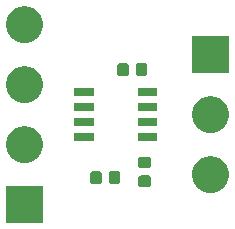
<source format=gbr>
G04 #@! TF.GenerationSoftware,KiCad,Pcbnew,(5.1.6)-1*
G04 #@! TF.CreationDate,2020-09-18T14:42:58-04:00*
G04 #@! TF.ProjectId,4wireadapter,34776972-6561-4646-9170-7465722e6b69,rev?*
G04 #@! TF.SameCoordinates,Original*
G04 #@! TF.FileFunction,Soldermask,Top*
G04 #@! TF.FilePolarity,Negative*
%FSLAX46Y46*%
G04 Gerber Fmt 4.6, Leading zero omitted, Abs format (unit mm)*
G04 Created by KiCad (PCBNEW (5.1.6)-1) date 2020-09-18 14:42:58*
%MOMM*%
%LPD*%
G01*
G04 APERTURE LIST*
%ADD10C,0.100000*%
G04 APERTURE END LIST*
D10*
G36*
X162841000Y-90197000D02*
G01*
X159739000Y-90197000D01*
X159739000Y-87095000D01*
X162841000Y-87095000D01*
X162841000Y-90197000D01*
G37*
G36*
X177340585Y-84584802D02*
G01*
X177490410Y-84614604D01*
X177772674Y-84731521D01*
X178026705Y-84901259D01*
X178242741Y-85117295D01*
X178412479Y-85371326D01*
X178529396Y-85653590D01*
X178529396Y-85653591D01*
X178581416Y-85915110D01*
X178589000Y-85953240D01*
X178589000Y-86258760D01*
X178529396Y-86558410D01*
X178412479Y-86840674D01*
X178242741Y-87094705D01*
X178026705Y-87310741D01*
X177772674Y-87480479D01*
X177490410Y-87597396D01*
X177340585Y-87627198D01*
X177190761Y-87657000D01*
X176885239Y-87657000D01*
X176735415Y-87627198D01*
X176585590Y-87597396D01*
X176303326Y-87480479D01*
X176049295Y-87310741D01*
X175833259Y-87094705D01*
X175663521Y-86840674D01*
X175546604Y-86558410D01*
X175487000Y-86258760D01*
X175487000Y-85953240D01*
X175494585Y-85915110D01*
X175546604Y-85653591D01*
X175546604Y-85653590D01*
X175663521Y-85371326D01*
X175833259Y-85117295D01*
X176049295Y-84901259D01*
X176303326Y-84731521D01*
X176585590Y-84614604D01*
X176735415Y-84584802D01*
X176885239Y-84555000D01*
X177190761Y-84555000D01*
X177340585Y-84584802D01*
G37*
G36*
X171829591Y-86180585D02*
G01*
X171863569Y-86190893D01*
X171894890Y-86207634D01*
X171922339Y-86230161D01*
X171944866Y-86257610D01*
X171961607Y-86288931D01*
X171971915Y-86322909D01*
X171976000Y-86364390D01*
X171976000Y-86965610D01*
X171971915Y-87007091D01*
X171961607Y-87041069D01*
X171944866Y-87072390D01*
X171922339Y-87099839D01*
X171894890Y-87122366D01*
X171863569Y-87139107D01*
X171829591Y-87149415D01*
X171788110Y-87153500D01*
X171111890Y-87153500D01*
X171070409Y-87149415D01*
X171036431Y-87139107D01*
X171005110Y-87122366D01*
X170977661Y-87099839D01*
X170955134Y-87072390D01*
X170938393Y-87041069D01*
X170928085Y-87007091D01*
X170924000Y-86965610D01*
X170924000Y-86364390D01*
X170928085Y-86322909D01*
X170938393Y-86288931D01*
X170955134Y-86257610D01*
X170977661Y-86230161D01*
X171005110Y-86207634D01*
X171036431Y-86190893D01*
X171070409Y-86180585D01*
X171111890Y-86176500D01*
X171788110Y-86176500D01*
X171829591Y-86180585D01*
G37*
G36*
X167677091Y-85838085D02*
G01*
X167711069Y-85848393D01*
X167742390Y-85865134D01*
X167769839Y-85887661D01*
X167792366Y-85915110D01*
X167809107Y-85946431D01*
X167819415Y-85980409D01*
X167823500Y-86021890D01*
X167823500Y-86698110D01*
X167819415Y-86739591D01*
X167809107Y-86773569D01*
X167792366Y-86804890D01*
X167769839Y-86832339D01*
X167742390Y-86854866D01*
X167711069Y-86871607D01*
X167677091Y-86881915D01*
X167635610Y-86886000D01*
X167034390Y-86886000D01*
X166992909Y-86881915D01*
X166958931Y-86871607D01*
X166927610Y-86854866D01*
X166900161Y-86832339D01*
X166877634Y-86804890D01*
X166860893Y-86773569D01*
X166850585Y-86739591D01*
X166846500Y-86698110D01*
X166846500Y-86021890D01*
X166850585Y-85980409D01*
X166860893Y-85946431D01*
X166877634Y-85915110D01*
X166900161Y-85887661D01*
X166927610Y-85865134D01*
X166958931Y-85848393D01*
X166992909Y-85838085D01*
X167034390Y-85834000D01*
X167635610Y-85834000D01*
X167677091Y-85838085D01*
G37*
G36*
X169252091Y-85838085D02*
G01*
X169286069Y-85848393D01*
X169317390Y-85865134D01*
X169344839Y-85887661D01*
X169367366Y-85915110D01*
X169384107Y-85946431D01*
X169394415Y-85980409D01*
X169398500Y-86021890D01*
X169398500Y-86698110D01*
X169394415Y-86739591D01*
X169384107Y-86773569D01*
X169367366Y-86804890D01*
X169344839Y-86832339D01*
X169317390Y-86854866D01*
X169286069Y-86871607D01*
X169252091Y-86881915D01*
X169210610Y-86886000D01*
X168609390Y-86886000D01*
X168567909Y-86881915D01*
X168533931Y-86871607D01*
X168502610Y-86854866D01*
X168475161Y-86832339D01*
X168452634Y-86804890D01*
X168435893Y-86773569D01*
X168425585Y-86739591D01*
X168421500Y-86698110D01*
X168421500Y-86021890D01*
X168425585Y-85980409D01*
X168435893Y-85946431D01*
X168452634Y-85915110D01*
X168475161Y-85887661D01*
X168502610Y-85865134D01*
X168533931Y-85848393D01*
X168567909Y-85838085D01*
X168609390Y-85834000D01*
X169210610Y-85834000D01*
X169252091Y-85838085D01*
G37*
G36*
X171829591Y-84605585D02*
G01*
X171863569Y-84615893D01*
X171894890Y-84632634D01*
X171922339Y-84655161D01*
X171944866Y-84682610D01*
X171961607Y-84713931D01*
X171971915Y-84747909D01*
X171976000Y-84789390D01*
X171976000Y-85390610D01*
X171971915Y-85432091D01*
X171961607Y-85466069D01*
X171944866Y-85497390D01*
X171922339Y-85524839D01*
X171894890Y-85547366D01*
X171863569Y-85564107D01*
X171829591Y-85574415D01*
X171788110Y-85578500D01*
X171111890Y-85578500D01*
X171070409Y-85574415D01*
X171036431Y-85564107D01*
X171005110Y-85547366D01*
X170977661Y-85524839D01*
X170955134Y-85497390D01*
X170938393Y-85466069D01*
X170928085Y-85432091D01*
X170924000Y-85390610D01*
X170924000Y-84789390D01*
X170928085Y-84747909D01*
X170938393Y-84713931D01*
X170955134Y-84682610D01*
X170977661Y-84655161D01*
X171005110Y-84632634D01*
X171036431Y-84615893D01*
X171070409Y-84605585D01*
X171111890Y-84601500D01*
X171788110Y-84601500D01*
X171829591Y-84605585D01*
G37*
G36*
X161592585Y-82044802D02*
G01*
X161742410Y-82074604D01*
X162024674Y-82191521D01*
X162278705Y-82361259D01*
X162494741Y-82577295D01*
X162664479Y-82831326D01*
X162781396Y-83113590D01*
X162841000Y-83413240D01*
X162841000Y-83718760D01*
X162781396Y-84018410D01*
X162664479Y-84300674D01*
X162494741Y-84554705D01*
X162278705Y-84770741D01*
X162024674Y-84940479D01*
X161742410Y-85057396D01*
X161592585Y-85087198D01*
X161442761Y-85117000D01*
X161137239Y-85117000D01*
X160987415Y-85087198D01*
X160837590Y-85057396D01*
X160555326Y-84940479D01*
X160301295Y-84770741D01*
X160085259Y-84554705D01*
X159915521Y-84300674D01*
X159798604Y-84018410D01*
X159739000Y-83718760D01*
X159739000Y-83413240D01*
X159798604Y-83113590D01*
X159915521Y-82831326D01*
X160085259Y-82577295D01*
X160301295Y-82361259D01*
X160555326Y-82191521D01*
X160837590Y-82074604D01*
X160987415Y-82044802D01*
X161137239Y-82015000D01*
X161442761Y-82015000D01*
X161592585Y-82044802D01*
G37*
G36*
X167141001Y-83282000D02*
G01*
X165489001Y-83282000D01*
X165489001Y-82580000D01*
X167141001Y-82580000D01*
X167141001Y-83282000D01*
G37*
G36*
X172541001Y-83282000D02*
G01*
X170889001Y-83282000D01*
X170889001Y-82580000D01*
X172541001Y-82580000D01*
X172541001Y-83282000D01*
G37*
G36*
X177340585Y-79504802D02*
G01*
X177490410Y-79534604D01*
X177772674Y-79651521D01*
X178026705Y-79821259D01*
X178242741Y-80037295D01*
X178412479Y-80291326D01*
X178529396Y-80573590D01*
X178589000Y-80873240D01*
X178589000Y-81178760D01*
X178529396Y-81478410D01*
X178412479Y-81760674D01*
X178242741Y-82014705D01*
X178026705Y-82230741D01*
X177772674Y-82400479D01*
X177490410Y-82517396D01*
X177340585Y-82547198D01*
X177190761Y-82577000D01*
X176885239Y-82577000D01*
X176735415Y-82547198D01*
X176585590Y-82517396D01*
X176303326Y-82400479D01*
X176049295Y-82230741D01*
X175833259Y-82014705D01*
X175663521Y-81760674D01*
X175546604Y-81478410D01*
X175487000Y-81178760D01*
X175487000Y-80873240D01*
X175546604Y-80573590D01*
X175663521Y-80291326D01*
X175833259Y-80037295D01*
X176049295Y-79821259D01*
X176303326Y-79651521D01*
X176585590Y-79534604D01*
X176735415Y-79504802D01*
X176885239Y-79475000D01*
X177190761Y-79475000D01*
X177340585Y-79504802D01*
G37*
G36*
X167141001Y-82012000D02*
G01*
X165489001Y-82012000D01*
X165489001Y-81310000D01*
X167141001Y-81310000D01*
X167141001Y-82012000D01*
G37*
G36*
X172541001Y-82012000D02*
G01*
X170889001Y-82012000D01*
X170889001Y-81310000D01*
X172541001Y-81310000D01*
X172541001Y-82012000D01*
G37*
G36*
X172541001Y-80742000D02*
G01*
X170889001Y-80742000D01*
X170889001Y-80040000D01*
X172541001Y-80040000D01*
X172541001Y-80742000D01*
G37*
G36*
X167141001Y-80742000D02*
G01*
X165489001Y-80742000D01*
X165489001Y-80040000D01*
X167141001Y-80040000D01*
X167141001Y-80742000D01*
G37*
G36*
X161592585Y-76964802D02*
G01*
X161742410Y-76994604D01*
X162024674Y-77111521D01*
X162278705Y-77281259D01*
X162494741Y-77497295D01*
X162664479Y-77751326D01*
X162781396Y-78033590D01*
X162841000Y-78333240D01*
X162841000Y-78638760D01*
X162781396Y-78938410D01*
X162664479Y-79220674D01*
X162494741Y-79474705D01*
X162278705Y-79690741D01*
X162024674Y-79860479D01*
X161742410Y-79977396D01*
X161592585Y-80007198D01*
X161442761Y-80037000D01*
X161137239Y-80037000D01*
X160987415Y-80007198D01*
X160837590Y-79977396D01*
X160555326Y-79860479D01*
X160301295Y-79690741D01*
X160085259Y-79474705D01*
X159915521Y-79220674D01*
X159798604Y-78938410D01*
X159739000Y-78638760D01*
X159739000Y-78333240D01*
X159798604Y-78033590D01*
X159915521Y-77751326D01*
X160085259Y-77497295D01*
X160301295Y-77281259D01*
X160555326Y-77111521D01*
X160837590Y-76994604D01*
X160987415Y-76964802D01*
X161137239Y-76935000D01*
X161442761Y-76935000D01*
X161592585Y-76964802D01*
G37*
G36*
X167141001Y-79472000D02*
G01*
X165489001Y-79472000D01*
X165489001Y-78770000D01*
X167141001Y-78770000D01*
X167141001Y-79472000D01*
G37*
G36*
X172541001Y-79472000D02*
G01*
X170889001Y-79472000D01*
X170889001Y-78770000D01*
X172541001Y-78770000D01*
X172541001Y-79472000D01*
G37*
G36*
X171538091Y-76694085D02*
G01*
X171572069Y-76704393D01*
X171603390Y-76721134D01*
X171630839Y-76743661D01*
X171653366Y-76771110D01*
X171670107Y-76802431D01*
X171680415Y-76836409D01*
X171684500Y-76877890D01*
X171684500Y-77554110D01*
X171680415Y-77595591D01*
X171670107Y-77629569D01*
X171653366Y-77660890D01*
X171630839Y-77688339D01*
X171603390Y-77710866D01*
X171572069Y-77727607D01*
X171538091Y-77737915D01*
X171496610Y-77742000D01*
X170895390Y-77742000D01*
X170853909Y-77737915D01*
X170819931Y-77727607D01*
X170788610Y-77710866D01*
X170761161Y-77688339D01*
X170738634Y-77660890D01*
X170721893Y-77629569D01*
X170711585Y-77595591D01*
X170707500Y-77554110D01*
X170707500Y-76877890D01*
X170711585Y-76836409D01*
X170721893Y-76802431D01*
X170738634Y-76771110D01*
X170761161Y-76743661D01*
X170788610Y-76721134D01*
X170819931Y-76704393D01*
X170853909Y-76694085D01*
X170895390Y-76690000D01*
X171496610Y-76690000D01*
X171538091Y-76694085D01*
G37*
G36*
X169963091Y-76694085D02*
G01*
X169997069Y-76704393D01*
X170028390Y-76721134D01*
X170055839Y-76743661D01*
X170078366Y-76771110D01*
X170095107Y-76802431D01*
X170105415Y-76836409D01*
X170109500Y-76877890D01*
X170109500Y-77554110D01*
X170105415Y-77595591D01*
X170095107Y-77629569D01*
X170078366Y-77660890D01*
X170055839Y-77688339D01*
X170028390Y-77710866D01*
X169997069Y-77727607D01*
X169963091Y-77737915D01*
X169921610Y-77742000D01*
X169320390Y-77742000D01*
X169278909Y-77737915D01*
X169244931Y-77727607D01*
X169213610Y-77710866D01*
X169186161Y-77688339D01*
X169163634Y-77660890D01*
X169146893Y-77629569D01*
X169136585Y-77595591D01*
X169132500Y-77554110D01*
X169132500Y-76877890D01*
X169136585Y-76836409D01*
X169146893Y-76802431D01*
X169163634Y-76771110D01*
X169186161Y-76743661D01*
X169213610Y-76721134D01*
X169244931Y-76704393D01*
X169278909Y-76694085D01*
X169320390Y-76690000D01*
X169921610Y-76690000D01*
X169963091Y-76694085D01*
G37*
G36*
X178589000Y-77497000D02*
G01*
X175487000Y-77497000D01*
X175487000Y-74395000D01*
X178589000Y-74395000D01*
X178589000Y-77497000D01*
G37*
G36*
X161592585Y-71884802D02*
G01*
X161742410Y-71914604D01*
X162024674Y-72031521D01*
X162278705Y-72201259D01*
X162494741Y-72417295D01*
X162664479Y-72671326D01*
X162781396Y-72953590D01*
X162841000Y-73253240D01*
X162841000Y-73558760D01*
X162781396Y-73858410D01*
X162664479Y-74140674D01*
X162494741Y-74394705D01*
X162278705Y-74610741D01*
X162024674Y-74780479D01*
X161742410Y-74897396D01*
X161592585Y-74927198D01*
X161442761Y-74957000D01*
X161137239Y-74957000D01*
X160987415Y-74927198D01*
X160837590Y-74897396D01*
X160555326Y-74780479D01*
X160301295Y-74610741D01*
X160085259Y-74394705D01*
X159915521Y-74140674D01*
X159798604Y-73858410D01*
X159739000Y-73558760D01*
X159739000Y-73253240D01*
X159798604Y-72953590D01*
X159915521Y-72671326D01*
X160085259Y-72417295D01*
X160301295Y-72201259D01*
X160555326Y-72031521D01*
X160837590Y-71914604D01*
X160987415Y-71884802D01*
X161137239Y-71855000D01*
X161442761Y-71855000D01*
X161592585Y-71884802D01*
G37*
M02*

</source>
